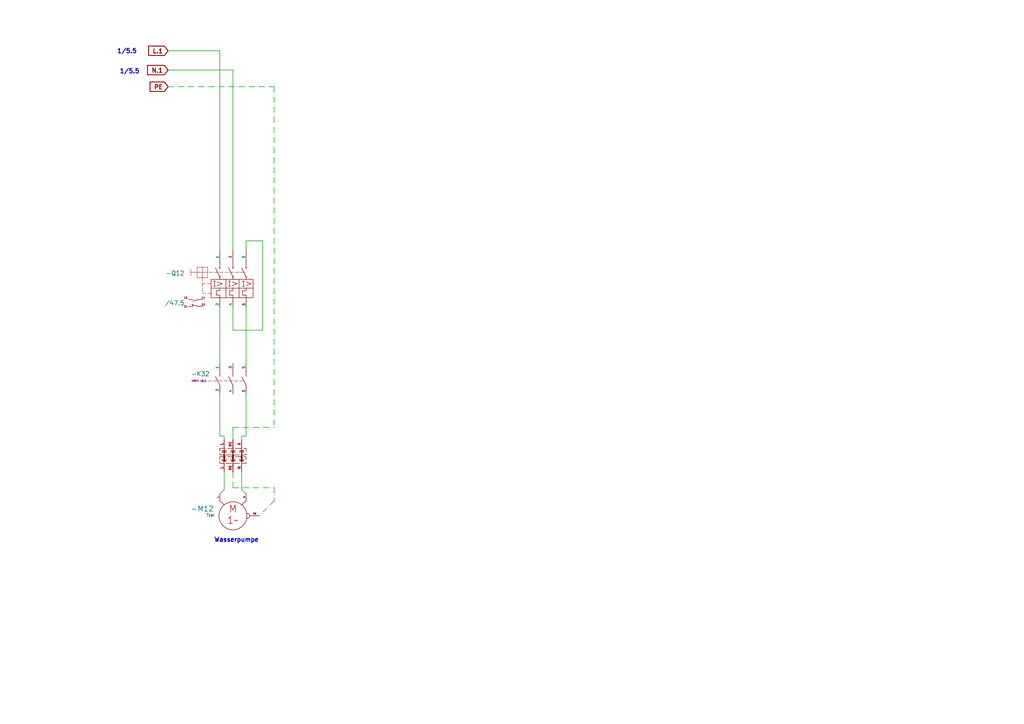
<source format=kicad_sch>
(kicad_sch (version 20250114) (generator "eeschema") (generator_version "9.0")
  (paper "A4")
  (title_block (comment 4 "25"))
  (lib_symbols
    (symbol "standart:Motor_1-Phasen_(M)"
      (property "Reference" "-M" (at -8.89 2.032 0))
      (property "Value" "Typ:" (at -1.016 -4.826 0))
      (symbol "Motor_1-Phasen_(M)_0_1"
        (polyline (pts (xy -3.81 4.572) (xy -3.81 4.318)))
        (circle (center 0 0) (radius 4.066))
        (polyline (pts (xy 3.81 4.572) (xy 3.81 4.318)))
        (arc (start 4.064 0.762) (mid 4.7989 0) (end 4.064 -0.762))
        (polyline (pts (xy 5.08 0) (xy 4.826 0)))
        (polyline (pts (xy 5.715 0) (xy 5.715 0)))
        (polyline (pts (xy 6.985 -2.54) (xy 6.985 -2.54)))
      )
      (symbol "Motor_1-Phasen_(M)_1_1"
        (polyline (pts (xy -2.54 3.175) (xy -3.81 4.318)))
        (polyline (pts (xy 2.54 3.175) (xy 3.81 4.318)))
        (text "M" (at 0 2.032 0) (effects (font (size 2.032 2.032))))
        (text "1~" (at 0 -1.27 0) (effects (font (size 2.032 2.032))))
        (pin passive line (at -3.81 6.35 270) (length 1.778) (name "") (number "L"))
        (pin passive line (at 3.81 6.35 270) (length 1.778) (name "") (number "N"))
        (pin passive line (at 7.62 0 180) (length 2.54) (name "") (number "PE"))
      )
    )
    (symbol "standart:Relais_(K)_NO_Allpolig" (pin_numbers (hide yes)) (pin_names (offset 0))
      (property "Reference" "-K" (at -4.318 4.318 0))
      (symbol "Relais_(K)_NO_Allpolig_0_1"
        (polyline (pts (xy 0 1.27) (xy 0 1.27)))
        (polyline (pts (xy 0 -1.27) (xy -1.27 1.27)))
        (polyline (pts (xy 0 -1.27) (xy 0 -2.032)))
        (polyline (pts (xy 3.81 1.27) (xy 3.81 1.27)))
        (polyline (pts (xy 3.81 -1.27) (xy 2.54 1.27)))
        (polyline (pts (xy 3.81 -1.27) (xy 3.81 -2.032)))
        (polyline (pts (xy 7.62 1.27) (xy 7.62 1.27)))
        (polyline (pts (xy 7.62 -1.27) (xy 6.35 1.27)))
        (polyline (pts (xy 7.62 -1.27) (xy 7.62 -2.032)))
      )
      (symbol "Relais_(K)_NO_Allpolig_1_1"
        (polyline (pts (xy 0 2.794) (xy 0 1.27)))
        (polyline (pts (xy 3.81 2.794) (xy 3.81 1.27)))
        (polyline (pts (xy 6.858 0) (xy -3.81 0)) (stroke (width 0.1016) (type dash)))
        (polyline (pts (xy 7.62 2.794) (xy 7.62 1.27)))
        (pin passive line (at 0 5.08 270) (length 2.286) (name "1") (number "1"))
        (pin passive line (at 0 -3.81 90) (length 2.286) (name "2") (number "2"))
        (pin passive line (at 3.81 5.08 270) (length 2.286) (name "3") (number "3"))
        (pin passive line (at 3.81 -3.81 90) (length 1.778) (name "4") (number "4"))
        (pin passive line (at 7.62 5.08 270) (length 2.286) (name "5") (number "5"))
        (pin passive line (at 7.62 -3.81 90) (length 1.778) (name "6") (number "6"))
      )
    )
    (symbol "standart:Schalter_MS_(Q)_1-6" (pin_numbers (hide yes)) (pin_names (offset 0))
      (property "Reference" "-Q" (at -10.16 8.128 0))
      (symbol "Schalter_MS_(Q)_1-6_0_1"
        (polyline (pts (xy -12.954 -6.096) (xy -11.684 -6.096) (xy -11.684 -5.334)))
        (polyline (pts (xy -11.938 -5.588) (xy -9.906 -6.096)))
        (polyline (pts (xy -11.684 -4.064) (xy -12.954 -4.064)))
        (polyline (pts (xy -9.906 -6.096) (xy -8.89 -6.096)))
        (polyline (pts (xy -8.89 -4.064) (xy -9.906 -4.064) (xy -11.684 -4.572)))
        (rectangle (start -6.35 1.778) (end 5.842 -3.556))
        (polyline (pts (xy -5.588 1.27) (xy -5.08 1.27)))
        (polyline (pts (xy -5.588 -0.254) (xy -5.08 -0.254)))
        (polyline (pts (xy -5.334 1.27) (xy -5.334 -0.254)))
        (polyline (pts (xy -4.572 1.016) (xy -3.048 0.508) (xy -4.572 0)))
        (polyline (pts (xy -4.064 5.08) (xy -3.556 5.08)))
        (polyline (pts (xy -4.064 2.54) (xy -3.556 2.54)))
        (polyline (pts (xy -3.81 6.35) (xy -3.81 5.08)))
        (polyline (pts (xy -3.81 5.08) (xy -3.81 5.08)))
        (polyline (pts (xy -3.81 2.54) (xy -5.08 5.08)))
        (polyline (pts (xy -3.81 2.54) (xy -3.81 1.778)))
        (polyline (pts (xy -3.81 -0.762) (xy -3.81 -1.524) (xy -4.826 -1.524) (xy -4.826 -2.794) (xy -3.81 -2.794) (xy -3.81 -3.556)))
        (polyline (pts (xy -3.81 -4.572) (xy -3.81 -3.556)))
        (polyline (pts (xy -2.032 1.778) (xy -2.032 -3.556)))
        (polyline (pts (xy -1.27 1.27) (xy -0.762 1.27)))
        (polyline (pts (xy -1.27 -0.254) (xy -0.762 -0.254)))
        (polyline (pts (xy -1.016 1.27) (xy -1.016 -0.254)))
        (polyline (pts (xy -0.254 5.08) (xy 0.254 5.08)))
        (polyline (pts (xy -0.254 2.54) (xy 0.254 2.54)))
        (polyline (pts (xy -0.254 1.016) (xy 1.27 0.508) (xy -0.254 0)))
        (polyline (pts (xy 0 6.35) (xy 0 5.08)))
        (polyline (pts (xy 0 5.08) (xy 0 5.08)))
        (polyline (pts (xy 0 2.54) (xy -1.27 5.08)))
        (polyline (pts (xy 0 2.54) (xy 0 1.778)))
        (polyline (pts (xy 0 -0.762) (xy 0 -1.524) (xy -1.016 -1.524) (xy -1.016 -2.794) (xy 0 -2.794) (xy 0 -3.556)))
        (polyline (pts (xy 0 -3.556) (xy 0 -4.572)))
        (polyline (pts (xy 1.778 1.651) (xy 1.778 -3.556)))
        (polyline (pts (xy 2.794 1.27) (xy 3.302 1.27)))
        (polyline (pts (xy 2.794 -0.254) (xy 3.302 -0.254)))
        (polyline (pts (xy 3.048 1.27) (xy 3.048 -0.254)))
        (polyline (pts (xy 3.556 5.08) (xy 4.064 5.08)))
        (polyline (pts (xy 3.556 2.54) (xy 4.064 2.54)))
        (polyline (pts (xy 3.81 6.35) (xy 3.81 5.08)))
        (polyline (pts (xy 3.81 5.08) (xy 3.81 5.08)))
        (polyline (pts (xy 3.81 2.54) (xy 2.54 5.08)))
        (polyline (pts (xy 3.81 2.54) (xy 3.81 1.778)))
        (polyline (pts (xy 3.81 1.016) (xy 5.334 0.508) (xy 3.81 0)))
        (polyline (pts (xy 3.81 -0.762) (xy 3.81 -1.524) (xy 2.794 -1.524) (xy 2.794 -2.794) (xy 3.81 -2.794) (xy 3.81 -3.556)))
        (polyline (pts (xy 3.81 -3.556) (xy 3.81 -4.572)))
        (polyline (pts (xy 5.842 -0.762) (xy -6.35 -0.762)))
      )
      (symbol "Schalter_MS_(Q)_1-6_1_1"
        (polyline (pts (xy -12.192 3.81) (xy -12.192 2.794)) (stroke (width 0.1016)))
        (rectangle (start -10.414 5.334) (end -7.366 2.286) (stroke (width 0.1016)))
        (polyline (pts (xy -8.89 2.286) (xy -8.89 5.334)) (stroke (width 0.1016)))
        (polyline (pts (xy -8.89 2.286) (xy -8.89 -2.286) (xy -6.35 -2.286)) (stroke (width 0.1016) (type dash)))
        (polyline (pts (xy -7.366 3.81) (xy -12.192 3.81) (xy -12.192 4.826)) (stroke (width 0.1016)))
        (polyline (pts (xy -6.35 0.508) (xy -8.89 0.508)) (stroke (width 0.1016) (type dash)))
        (polyline (pts (xy 3.302 3.81) (xy -7.112 3.81)) (stroke (width 0.1016) (type dash)))
        (text "13" (at -13.716 -3.556 0) (effects (font (size 0.508 0.508))))
        (text "21" (at -13.716 -6.096 0) (effects (font (size 0.508 0.508))))
        (text "14" (at -8.636 -3.556 0) (effects (font (size 0.508 0.508))))
        (text "22" (at -8.636 -5.588 0) (effects (font (size 0.508 0.508))))
        (pin passive line (at -3.81 10.16 270) (length 3.81) (name "1") (number "1"))
        (pin passive line (at -3.81 -6.35 90) (length 1.778) (name "2") (number "2"))
        (pin passive line (at 0 10.16 270) (length 3.81) (name "3") (number "3"))
        (pin passive line (at 0 -6.35 90) (length 1.778) (name "4") (number "4"))
        (pin passive line (at 3.81 10.16 270) (length 3.81) (name "5") (number "5"))
        (pin passive line (at 3.81 -6.35 90) (length 1.778) (name "6") (number "6"))
      )
    )
    (symbol "standart:Steckdose_Stecker_M_(X)" (pin_names (offset 0) (hide yes))
      (property "Reference" "-X" (at -6.096 5.842 0))
      (symbol "Steckdose_Stecker_M_(X)_0_1"
        (arc (start -1.905 3.81) (mid -2.54 3.175) (end -3.175 3.81))
        (polyline (pts (xy -2.54 3.175) (xy -2.54 1.905)))
        (polyline (pts (xy -1.905 3.175) (xy -3.175 3.175)))
        (arc (start 0.635 3.81) (mid 0 3.175) (end -0.635 3.81))
        (polyline (pts (xy 0 3.175) (xy 0 1.905)))
        (polyline (pts (xy 0.635 3.175) (xy -0.635 3.175)))
        (arc (start 3.175 3.81) (mid 2.54 3.175) (end 1.905 3.81))
        (polyline (pts (xy 2.54 3.175) (xy 2.54 1.905)))
        (polyline (pts (xy 3.175 3.175) (xy 1.905 3.175)))
      )
      (symbol "Steckdose_Stecker_M_(X)_1_0"
        (pin passive line (at 0 6.35 270) (length 0) (hide yes) (name "PE") (number "PE"))
      )
      (symbol "Steckdose_Stecker_M_(X)_1_1"
        (rectangle (start -3.81 2.54) (end 3.81 4.445) (stroke (width 0) (type dash)))
        (polyline (pts (xy -2.54 3.302) (xy -2.54 5.842)) (stroke (width 0.508)) (fill (type outline)))
        (polyline (pts (xy 0 3.302) (xy 0 5.842)) (stroke (width 0.508)) (fill (type outline)))
        (polyline (pts (xy 2.54 3.302) (xy 2.54 5.842)) (stroke (width 0.508)) (fill (type outline)))
        (pin passive line (at -2.54 6.35 270) (length 0) (hide yes) (name "L") (number "L"))
        (pin passive line (at -2.54 0 90) (length 2.54) (name "L") (number "L"))
        (pin passive line (at 0 0 90) (length 2.54) (name "PE") (number "PE"))
        (pin passive line (at 2.54 6.35 270) (length 0) (hide yes) (name "N") (number "N"))
        (pin passive line (at 2.54 0 90) (length 2.54) (name "N") (number "N"))
      )
    )
    (symbol "standart:Steckdose_W_(X)" (power) (pin_names (offset 0) (hide yes)) (exclude_from_sim yes) (in_bom no) (on_board no)
      (property "Reference" "-X" (at -6.604 3.302 0))
      (symbol "Steckdose_W_(X)_0_1"
        (polyline (pts (xy -2.54 0.635) (xy -2.54 1.905)))
        (arc (start -3.175 0) (mid -2.54 0.635) (end -1.905 0))
        (polyline (pts (xy -1.905 0.635) (xy -3.175 0.635)))
        (polyline (pts (xy 0 0.635) (xy 0 1.905)))
        (arc (start -0.635 0) (mid 0 0.635) (end 0.635 0))
        (polyline (pts (xy 0.635 0.635) (xy -0.635 0.635)))
        (polyline (pts (xy 2.54 0.635) (xy 2.54 1.905)))
        (arc (start 1.905 0) (mid 2.54 0.635) (end 3.175 0))
        (polyline (pts (xy 3.175 0.635) (xy 1.905 0.635)))
      )
      (symbol "Steckdose_W_(X)_1_1"
        (rectangle (start -3.81 1.27) (end 3.81 -0.635) (stroke (width 0) (type dash)))
        (pin passive line (at -2.54 3.81 270) (length 2.54) (name "L") (number "L"))
        (pin passive line (at -2.54 0 90) (length 0) (hide yes) (name "L") (number "L"))
        (pin passive line (at 0 3.81 270) (length 2.54) (name "PE") (number "PE"))
        (pin passive line (at 0 0 90) (length 0) (hide yes) (name "PE") (number "PE"))
        (pin passive line (at 2.54 3.81 270) (length 2.54) (name "N") (number "N"))
        (pin passive line (at 2.54 0 90) (length 0) (hide yes) (name "N") (number "N"))
      )
    )
  )
  (text "Wasserpumpe" (at 68.58 156.718 0) (effects (font (size 1.27 1.27) (thickness 0.254) (bold yes))))
  (text "1/5.5" (at 36.83 14.986 0) (effects (font (size 1.27 1.27) (thickness 0.254) (bold yes))))
  (text "1/5.5" (at 37.592 20.828 0) (effects (font (size 1.27 1.27) (thickness 0.254) (bold yes))))
  (wire (pts (xy 79.502 145.288) (xy 75.184 149.606)) (stroke (width 0) (type dash_dot)))
  (wire (pts (xy 63.754 114.3) (xy 63.754 126.492)))
  (wire (pts (xy 67.564 141.478) (xy 79.502 141.478)) (stroke (width 0) (type dash_dot)))
  (wire (pts (xy 65.024 126.492) (xy 65.024 127.508)))
  (wire (pts (xy 67.564 123.952) (xy 67.564 127.508)))
  (wire (pts (xy 67.564 123.952) (xy 79.502 123.952)) (stroke (width 0) (type dash_dot)))
  (wire (pts (xy 65.024 136.906) (xy 65.024 141.986)))
  (wire (pts (xy 71.374 69.85) (xy 71.374 72.644)))
  (wire (pts (xy 71.374 89.154) (xy 71.374 105.41)))
  (wire (pts (xy 71.374 114.3) (xy 71.374 126.492)))
  (wire (pts (xy 48.26 20.32) (xy 67.564 20.32)))
  (wire (pts (xy 63.754 126.492) (xy 65.024 126.492)))
  (wire (pts (xy 71.374 69.85) (xy 76.2 69.85)))
  (wire (pts (xy 67.564 89.154) (xy 67.564 95.758)))
  (wire (pts (xy 70.104 136.906) (xy 70.104 141.986)))
  (wire (pts (xy 79.502 25.146) (xy 79.502 123.952)) (stroke (width 0) (type dash_dot)))
  (wire (pts (xy 63.754 89.154) (xy 63.754 105.41)))
  (wire (pts (xy 48.768 25.146) (xy 79.502 25.146)) (stroke (width 0) (type dash_dot)))
  (wire (pts (xy 76.2 69.85) (xy 76.2 95.758)))
  (wire (pts (xy 49.022 14.732) (xy 63.754 14.732)))
  (wire (pts (xy 63.754 14.732) (xy 63.754 72.644)))
  (wire (pts (xy 70.104 126.492) (xy 70.104 127.508)))
  (wire (pts (xy 79.502 141.478) (xy 79.502 145.288)) (stroke (width 0) (type dash_dot)))
  (wire (pts (xy 67.564 20.32) (xy 67.564 72.644)))
  (wire (pts (xy 65.024 141.986) (xy 63.754 143.256)))
  (wire (pts (xy 70.104 141.986) (xy 71.374 143.256)))
  (wire (pts (xy 67.564 136.906) (xy 67.564 141.478)) (stroke (width 0) (type dash_dot)))
  (wire (pts (xy 67.564 95.758) (xy 76.2 95.758)))
  (wire (pts (xy 70.104 126.492) (xy 71.374 126.492)))
  (global_label "L.1" (shape input) (at 48.768 14.732 180) (effects (font (thickness 0.254) (bold yes))) (property "Intersheetrefs" "${INTERSHEET_REFS}" (effects (hide yes))))
  (global_label "N.1" (shape input) (at 48.768 20.32 180) (effects (font (thickness 0.254) (bold yes))) (property "Intersheetrefs" "${INTERSHEET_REFS}" (effects (hide yes))))
  (global_label "PE" (shape input) (at 48.768 25.146 180) (effects (font (thickness 0.254) (bold yes))) (property "Intersheetrefs" "${INTERSHEET_REFS}" (effects (hide yes))))
  (symbol (lib_id "standart:Relais_(K)_NO_Allpolig") (at 63.754 110.49 0) (unit 1)
    (property "Reference" "-K32" (at 55.372 108.458 0) (effects (justify left)))
    (property "XREF" "48.3" (at 57.658 110.49 0) (show_name yes) (effects (font (size 0.508 0.508))))
  )
  (symbol (lib_id "standart:Steckdose_W_(X)") (at 67.564 131.318 0) (unit 1) (exclude_from_sim yes) (in_bom no) (on_board no)
    (property "Reference" "-X016" (effects (hide yes)))
    (property "Value" "Steckdose_W_(X)" (effects (hide yes)))
  )
  (symbol (lib_id "standart:Motor_1-Phasen_(M)") (at 67.564 149.606 0) (unit 1)
    (property "Reference" "-M12" (at 58.674 147.574 0) (effects (font (size 1.524 1.524))))
    (property "Value" "Typ:" (at 62.23 149.353 0) (effects (font (size 0.762 0.762)) (justify right)))
  )
  (symbol (lib_id "standart:Schalter_MS_(Q)_1-6") (at 67.564 82.804 0) (unit 1)
    (property "Reference" "-Q12" (at 48.006 79.248 0) (effects (justify left)))
    (property "Value" "/47.5" (at 47.752 87.884 0) (effects (justify left)))
    (property "Description" "Motorschutzschalter" (effects (hide yes)))
  )
  (symbol (lib_id "standart:Steckdose_Stecker_M_(X)") (at 67.564 136.906 0) (unit 1)
    (property "Reference" "-X17" (effects (hide yes)))
  )
  (sheet (at 665.226 0.508) (size 325.12 210.82) (stroke (width 0.1524))
    (property "Sheetname" "Wasserbehälter Ausgang" (at 665.226 -0.2036 0) (effects (justify left bottom)))
    (property "Sheetfile" "Wasserbehälter Ausgang.kicad_sch" (at 665.226 211.9126 0) (effects (justify left top)))
  )
  (sheet (at 330.2 0) (size 303.53 210.82) (stroke (width 0.1524))
    (property "Sheetname" "Wasserbehälter Eingäng" (at 330.2 -0.7116 0) (effects (justify left bottom)))
    (property "Sheetfile" "Wasserbehälter Eingäng.kicad_sch" (at 330.2 211.4046 0) (effects (justify left top)))
  )
)
</source>
